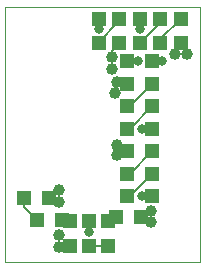
<source format=gtl>
G75*
%MOIN*%
%OFA0B0*%
%FSLAX24Y24*%
%IPPOS*%
%LPD*%
%AMOC8*
5,1,8,0,0,1.08239X$1,22.5*
%
%ADD10C,0.0000*%
%ADD11R,0.0472X0.0472*%
%ADD12C,0.0397*%
%ADD13C,0.0060*%
%ADD14C,0.0317*%
D10*
X002267Y002517D02*
X002267Y011017D01*
X008767Y011017D01*
X008767Y002517D01*
X002267Y002517D01*
D11*
X003353Y003892D03*
X003743Y004642D03*
X004180Y003892D03*
X004454Y003868D03*
X005079Y003868D03*
X005704Y003868D03*
X005978Y004017D03*
X006353Y004704D03*
X006805Y004017D03*
X007180Y004704D03*
X007180Y005454D03*
X007180Y006204D03*
X007180Y006954D03*
X007180Y007704D03*
X007180Y008454D03*
X007180Y009204D03*
X007454Y009791D03*
X006767Y009791D03*
X006353Y009204D03*
X006079Y009791D03*
X005392Y009791D03*
X005392Y010618D03*
X006079Y010618D03*
X006767Y010618D03*
X007454Y010618D03*
X008142Y010618D03*
X008142Y009791D03*
X006353Y008454D03*
X006353Y007704D03*
X006353Y006954D03*
X006353Y006204D03*
X006353Y005454D03*
X005704Y003041D03*
X005079Y003041D03*
X004454Y003041D03*
X002916Y004642D03*
D12*
X004079Y004517D03*
X004079Y004892D03*
X004079Y003392D03*
X004079Y003017D03*
X006017Y006079D03*
X006017Y006392D03*
X005954Y008142D03*
X006017Y008517D03*
X005829Y008954D03*
X005829Y009329D03*
X007954Y009454D03*
X008329Y009454D03*
X007142Y004204D03*
X007142Y003829D03*
D13*
X006993Y003829D01*
X006805Y004017D01*
X006993Y004204D01*
X007142Y004204D01*
X007180Y004704D02*
X006829Y004704D01*
X006430Y004704D02*
X007180Y005454D01*
X006430Y005454D02*
X007180Y006204D01*
X007180Y006954D02*
X006829Y006954D01*
X006430Y006954D02*
X007180Y007704D01*
X006430Y007704D02*
X007180Y008454D01*
X007180Y009204D02*
X007517Y009204D01*
X007954Y009454D02*
X007954Y009603D01*
X008142Y009791D01*
X008329Y009603D01*
X008329Y009454D01*
X007454Y009791D02*
X007454Y009930D01*
X008142Y010618D01*
X007454Y010618D02*
X007454Y010478D01*
X006767Y009791D01*
X006767Y009930D01*
X006767Y010267D02*
X006767Y010618D01*
X006079Y010618D02*
X005954Y010493D01*
X005954Y010392D01*
X005493Y009930D01*
X005392Y009930D01*
X005392Y009791D01*
X005392Y010267D02*
X005392Y010618D01*
X006079Y009791D02*
X005829Y009541D01*
X005829Y009329D01*
X005829Y008954D01*
X006017Y008517D02*
X006017Y008204D01*
X005954Y008142D01*
X006017Y008517D02*
X006291Y008517D01*
X006353Y008454D01*
X006353Y007704D02*
X006430Y007704D01*
X006430Y006954D02*
X006353Y006954D01*
X006166Y006392D02*
X006017Y006392D01*
X006166Y006392D02*
X006353Y006204D01*
X006228Y006079D01*
X006017Y006079D01*
X006353Y005454D02*
X006430Y005454D01*
X006430Y004704D02*
X006353Y004704D01*
X005978Y004017D02*
X005829Y003868D01*
X005704Y003868D01*
X005079Y003868D02*
X005079Y003517D01*
X005079Y003041D02*
X005704Y003041D01*
X004454Y003041D02*
X004430Y003017D01*
X004079Y003017D01*
X004079Y003392D01*
X004180Y003892D02*
X004430Y003892D01*
X004454Y003868D01*
X004079Y004517D02*
X003868Y004517D01*
X003743Y004642D01*
X003993Y004892D01*
X004079Y004892D01*
X003353Y003892D02*
X002916Y004329D01*
X002916Y004642D01*
X006353Y009204D02*
X006704Y009204D01*
D14*
X006704Y009204D03*
X007517Y009204D03*
X006767Y010267D03*
X005392Y010267D03*
X006829Y006954D03*
X006829Y004704D03*
X005079Y003517D03*
M02*

</source>
